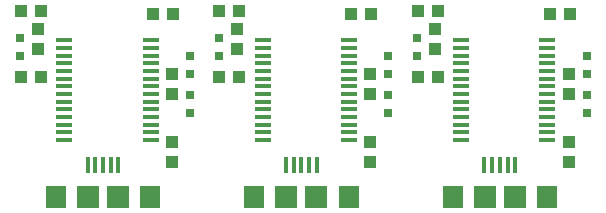
<source format=gtp>
G75*
%MOIN*%
%OFA0B0*%
%FSLAX24Y24*%
%IPPOS*%
%LPD*%
%AMOC8*
5,1,8,0,0,1.08239X$1,22.5*
%
%ADD10R,0.0433X0.0394*%
%ADD11R,0.0394X0.0433*%
%ADD12R,0.0315X0.0315*%
%ADD13R,0.0138X0.0551*%
%ADD14R,0.0709X0.0748*%
%ADD15R,0.0748X0.0748*%
%ADD16R,0.0550X0.0137*%
D10*
X000669Y005228D03*
X001338Y005228D03*
X005069Y007328D03*
X005738Y007328D03*
X007283Y007428D03*
X007952Y007428D03*
X011683Y007328D03*
X012352Y007328D03*
X013897Y007428D03*
X014566Y007428D03*
X018297Y007328D03*
X018966Y007328D03*
X014566Y005228D03*
X013897Y005228D03*
X007952Y005228D03*
X007283Y005228D03*
X001338Y007428D03*
X000669Y007428D03*
D11*
X001253Y006812D03*
X001253Y006143D03*
X005703Y005312D03*
X005703Y004643D03*
X005703Y003062D03*
X005703Y002393D03*
X012318Y002393D03*
X012318Y003062D03*
X012318Y004643D03*
X012318Y005312D03*
X014482Y006143D03*
X014482Y006812D03*
X018932Y005312D03*
X018932Y004643D03*
X018932Y003062D03*
X018932Y002393D03*
X007868Y006143D03*
X007868Y006812D03*
D12*
X007268Y006523D03*
X007268Y005932D03*
X006303Y005923D03*
X006303Y005332D03*
X006303Y004623D03*
X006303Y004032D03*
X000653Y005932D03*
X000653Y006523D03*
X012918Y005923D03*
X012918Y005332D03*
X013882Y005932D03*
X013882Y006523D03*
X012918Y004623D03*
X012918Y004032D03*
X019532Y004032D03*
X019532Y004623D03*
X019532Y005332D03*
X019532Y005923D03*
D13*
X017144Y002271D03*
X016888Y002271D03*
X016632Y002271D03*
X016376Y002271D03*
X016120Y002271D03*
X010529Y002271D03*
X010274Y002271D03*
X010018Y002271D03*
X009762Y002271D03*
X009506Y002271D03*
X003915Y002271D03*
X003659Y002271D03*
X003403Y002271D03*
X003148Y002271D03*
X002892Y002271D03*
D14*
X001829Y001228D03*
X004978Y001228D03*
X008443Y001228D03*
X011592Y001228D03*
X015057Y001228D03*
X018207Y001228D03*
D15*
X017132Y001228D03*
X016132Y001228D03*
X010518Y001228D03*
X009518Y001228D03*
X003903Y001228D03*
X002903Y001228D03*
D16*
X002114Y003114D03*
X002114Y003370D03*
X002114Y003626D03*
X002114Y003882D03*
X002114Y004138D03*
X002114Y004394D03*
X002114Y004650D03*
X002114Y004906D03*
X002114Y005161D03*
X002114Y005417D03*
X002114Y005673D03*
X002114Y005929D03*
X002114Y006185D03*
X002114Y006441D03*
X004993Y006441D03*
X004993Y006185D03*
X004993Y005929D03*
X004993Y005673D03*
X004993Y005417D03*
X004993Y005161D03*
X004993Y004906D03*
X004993Y004650D03*
X004993Y004394D03*
X004993Y004138D03*
X004993Y003882D03*
X004993Y003626D03*
X004993Y003370D03*
X004993Y003114D03*
X008728Y003114D03*
X008728Y003370D03*
X008728Y003626D03*
X008728Y003882D03*
X008728Y004138D03*
X008728Y004394D03*
X008728Y004650D03*
X008728Y004906D03*
X008728Y005161D03*
X008728Y005417D03*
X008728Y005673D03*
X008728Y005929D03*
X008728Y006185D03*
X008728Y006441D03*
X011607Y006441D03*
X011607Y006185D03*
X011607Y005929D03*
X011607Y005673D03*
X011607Y005417D03*
X011607Y005161D03*
X011607Y004906D03*
X011607Y004650D03*
X011607Y004394D03*
X011607Y004138D03*
X011607Y003882D03*
X011607Y003626D03*
X011607Y003370D03*
X011607Y003114D03*
X015342Y003114D03*
X015342Y003370D03*
X015342Y003626D03*
X015342Y003882D03*
X015342Y004138D03*
X015342Y004394D03*
X015342Y004650D03*
X015342Y004906D03*
X015342Y005161D03*
X015342Y005417D03*
X015342Y005673D03*
X015342Y005929D03*
X015342Y006185D03*
X015342Y006441D03*
X018221Y006441D03*
X018221Y006185D03*
X018221Y005929D03*
X018221Y005673D03*
X018221Y005417D03*
X018221Y005161D03*
X018221Y004906D03*
X018221Y004650D03*
X018221Y004394D03*
X018221Y004138D03*
X018221Y003882D03*
X018221Y003626D03*
X018221Y003370D03*
X018221Y003114D03*
M02*

</source>
